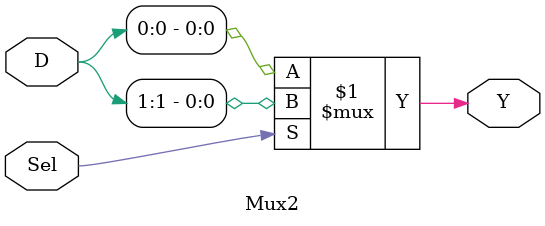
<source format=v>
module Mux2(D,Sel,Y);
    input wire [1:0] D;
    input wire Sel;
    output wire Y;
    assign Y = Sel ? D[1] : D[0];
endmodule
</source>
